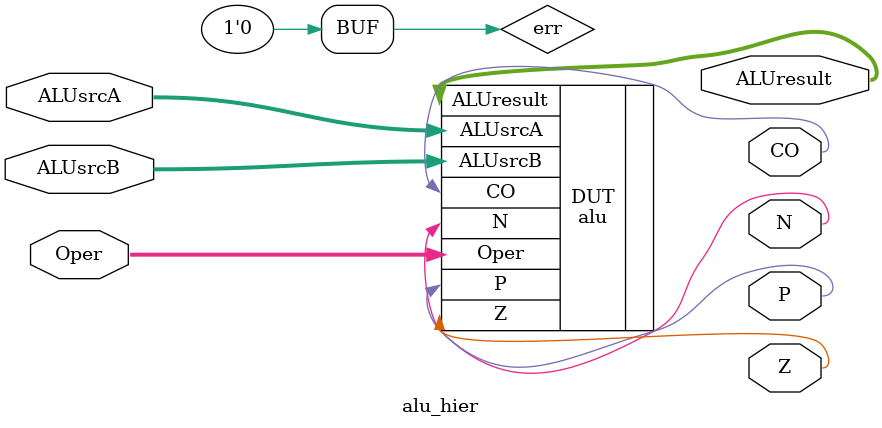
<source format=v>
/*
    CS/ECE 552 Spring '22
    Homework #2, Problem 2

    A wrapper for a multi-bit ALU module combined with clkrst.
*/
module alu_hier (ALUsrcA, ALUsrcB, Oper, ALUresult, N, Z, P, CO);

    parameter OPERAND_WIDTH = 16;    
    parameter NUM_OPERATIONS = 4;
       
    input  [OPERAND_WIDTH -1:0] ALUsrcA ; // Input operand A
    input  [OPERAND_WIDTH -1:0] ALUsrcB ; // Input operand B
    input  [NUM_OPERATIONS-1:0] Oper; // Operation type
  
    output [OPERAND_WIDTH -1:0] ALUresult;
    output N, Z, P, CO;

    // clkrst signals
    wire clk;
    wire rst;
    wire err;

    assign err = 1'b0;

    alu #(.OPERAND_WIDTH(OPERAND_WIDTH),
          .NUM_OPERATIONS(NUM_OPERATIONS)) 
        DUT (// Outputs
             .ALUsrcA(ALUsrcA),
             .ALUsrcB(ALUsrcB), 
             .Oper(Oper),
             // Inputs
             .ALUresult(ALUresult), 
             .N(N), 
             .Z(Z), 
             .P(P), 
             .CO(CO));
   
    clkrst c0(// Outputs
              .clk                       (clk),
              .rst                       (rst),
              // Inputs
              .err                       (err)
              );

endmodule // alu_hier

</source>
